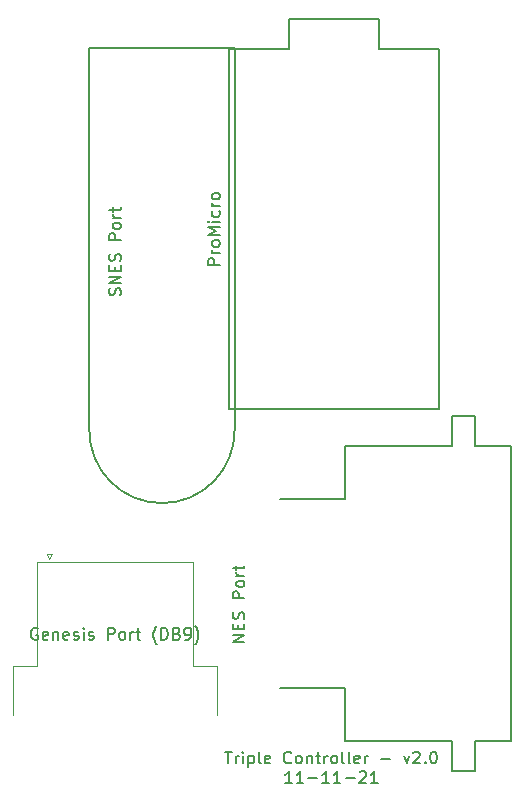
<source format=gbr>
%TF.GenerationSoftware,KiCad,Pcbnew,(5.1.10-1-10_14)*%
%TF.CreationDate,2021-12-03T14:09:27-05:00*%
%TF.ProjectId,Triple Controller V2,54726970-6c65-4204-936f-6e74726f6c6c,rev?*%
%TF.SameCoordinates,Original*%
%TF.FileFunction,Legend,Top*%
%TF.FilePolarity,Positive*%
%FSLAX46Y46*%
G04 Gerber Fmt 4.6, Leading zero omitted, Abs format (unit mm)*
G04 Created by KiCad (PCBNEW (5.1.10-1-10_14)) date 2021-12-03 14:09:27*
%MOMM*%
%LPD*%
G01*
G04 APERTURE LIST*
%ADD10C,0.150000*%
%ADD11C,0.120000*%
G04 APERTURE END LIST*
D10*
X148202190Y-88035380D02*
X148773619Y-88035380D01*
X148487904Y-89035380D02*
X148487904Y-88035380D01*
X149106952Y-89035380D02*
X149106952Y-88368714D01*
X149106952Y-88559190D02*
X149154571Y-88463952D01*
X149202190Y-88416333D01*
X149297428Y-88368714D01*
X149392666Y-88368714D01*
X149726000Y-89035380D02*
X149726000Y-88368714D01*
X149726000Y-88035380D02*
X149678380Y-88083000D01*
X149726000Y-88130619D01*
X149773619Y-88083000D01*
X149726000Y-88035380D01*
X149726000Y-88130619D01*
X150202190Y-88368714D02*
X150202190Y-89368714D01*
X150202190Y-88416333D02*
X150297428Y-88368714D01*
X150487904Y-88368714D01*
X150583142Y-88416333D01*
X150630761Y-88463952D01*
X150678380Y-88559190D01*
X150678380Y-88844904D01*
X150630761Y-88940142D01*
X150583142Y-88987761D01*
X150487904Y-89035380D01*
X150297428Y-89035380D01*
X150202190Y-88987761D01*
X151249809Y-89035380D02*
X151154571Y-88987761D01*
X151106952Y-88892523D01*
X151106952Y-88035380D01*
X152011714Y-88987761D02*
X151916476Y-89035380D01*
X151726000Y-89035380D01*
X151630761Y-88987761D01*
X151583142Y-88892523D01*
X151583142Y-88511571D01*
X151630761Y-88416333D01*
X151726000Y-88368714D01*
X151916476Y-88368714D01*
X152011714Y-88416333D01*
X152059333Y-88511571D01*
X152059333Y-88606809D01*
X151583142Y-88702047D01*
X153821238Y-88940142D02*
X153773619Y-88987761D01*
X153630761Y-89035380D01*
X153535523Y-89035380D01*
X153392666Y-88987761D01*
X153297428Y-88892523D01*
X153249809Y-88797285D01*
X153202190Y-88606809D01*
X153202190Y-88463952D01*
X153249809Y-88273476D01*
X153297428Y-88178238D01*
X153392666Y-88083000D01*
X153535523Y-88035380D01*
X153630761Y-88035380D01*
X153773619Y-88083000D01*
X153821238Y-88130619D01*
X154392666Y-89035380D02*
X154297428Y-88987761D01*
X154249809Y-88940142D01*
X154202190Y-88844904D01*
X154202190Y-88559190D01*
X154249809Y-88463952D01*
X154297428Y-88416333D01*
X154392666Y-88368714D01*
X154535523Y-88368714D01*
X154630761Y-88416333D01*
X154678380Y-88463952D01*
X154726000Y-88559190D01*
X154726000Y-88844904D01*
X154678380Y-88940142D01*
X154630761Y-88987761D01*
X154535523Y-89035380D01*
X154392666Y-89035380D01*
X155154571Y-88368714D02*
X155154571Y-89035380D01*
X155154571Y-88463952D02*
X155202190Y-88416333D01*
X155297428Y-88368714D01*
X155440285Y-88368714D01*
X155535523Y-88416333D01*
X155583142Y-88511571D01*
X155583142Y-89035380D01*
X155916476Y-88368714D02*
X156297428Y-88368714D01*
X156059333Y-88035380D02*
X156059333Y-88892523D01*
X156106952Y-88987761D01*
X156202190Y-89035380D01*
X156297428Y-89035380D01*
X156630761Y-89035380D02*
X156630761Y-88368714D01*
X156630761Y-88559190D02*
X156678380Y-88463952D01*
X156726000Y-88416333D01*
X156821238Y-88368714D01*
X156916476Y-88368714D01*
X157392666Y-89035380D02*
X157297428Y-88987761D01*
X157249809Y-88940142D01*
X157202190Y-88844904D01*
X157202190Y-88559190D01*
X157249809Y-88463952D01*
X157297428Y-88416333D01*
X157392666Y-88368714D01*
X157535523Y-88368714D01*
X157630761Y-88416333D01*
X157678380Y-88463952D01*
X157726000Y-88559190D01*
X157726000Y-88844904D01*
X157678380Y-88940142D01*
X157630761Y-88987761D01*
X157535523Y-89035380D01*
X157392666Y-89035380D01*
X158297428Y-89035380D02*
X158202190Y-88987761D01*
X158154571Y-88892523D01*
X158154571Y-88035380D01*
X158821238Y-89035380D02*
X158726000Y-88987761D01*
X158678380Y-88892523D01*
X158678380Y-88035380D01*
X159583142Y-88987761D02*
X159487904Y-89035380D01*
X159297428Y-89035380D01*
X159202190Y-88987761D01*
X159154571Y-88892523D01*
X159154571Y-88511571D01*
X159202190Y-88416333D01*
X159297428Y-88368714D01*
X159487904Y-88368714D01*
X159583142Y-88416333D01*
X159630761Y-88511571D01*
X159630761Y-88606809D01*
X159154571Y-88702047D01*
X160059333Y-89035380D02*
X160059333Y-88368714D01*
X160059333Y-88559190D02*
X160106952Y-88463952D01*
X160154571Y-88416333D01*
X160249809Y-88368714D01*
X160345047Y-88368714D01*
X161440285Y-88654428D02*
X162202190Y-88654428D01*
X163345047Y-88368714D02*
X163583142Y-89035380D01*
X163821238Y-88368714D01*
X164154571Y-88130619D02*
X164202190Y-88083000D01*
X164297428Y-88035380D01*
X164535523Y-88035380D01*
X164630761Y-88083000D01*
X164678380Y-88130619D01*
X164726000Y-88225857D01*
X164726000Y-88321095D01*
X164678380Y-88463952D01*
X164106952Y-89035380D01*
X164726000Y-89035380D01*
X165154571Y-88940142D02*
X165202190Y-88987761D01*
X165154571Y-89035380D01*
X165106952Y-88987761D01*
X165154571Y-88940142D01*
X165154571Y-89035380D01*
X165821238Y-88035380D02*
X165916476Y-88035380D01*
X166011714Y-88083000D01*
X166059333Y-88130619D01*
X166106952Y-88225857D01*
X166154571Y-88416333D01*
X166154571Y-88654428D01*
X166106952Y-88844904D01*
X166059333Y-88940142D01*
X166011714Y-88987761D01*
X165916476Y-89035380D01*
X165821238Y-89035380D01*
X165726000Y-88987761D01*
X165678380Y-88940142D01*
X165630761Y-88844904D01*
X165583142Y-88654428D01*
X165583142Y-88416333D01*
X165630761Y-88225857D01*
X165678380Y-88130619D01*
X165726000Y-88083000D01*
X165821238Y-88035380D01*
X153892666Y-90685380D02*
X153321238Y-90685380D01*
X153606952Y-90685380D02*
X153606952Y-89685380D01*
X153511714Y-89828238D01*
X153416476Y-89923476D01*
X153321238Y-89971095D01*
X154845047Y-90685380D02*
X154273619Y-90685380D01*
X154559333Y-90685380D02*
X154559333Y-89685380D01*
X154464095Y-89828238D01*
X154368857Y-89923476D01*
X154273619Y-89971095D01*
X155273619Y-90304428D02*
X156035523Y-90304428D01*
X157035523Y-90685380D02*
X156464095Y-90685380D01*
X156749809Y-90685380D02*
X156749809Y-89685380D01*
X156654571Y-89828238D01*
X156559333Y-89923476D01*
X156464095Y-89971095D01*
X157987904Y-90685380D02*
X157416476Y-90685380D01*
X157702190Y-90685380D02*
X157702190Y-89685380D01*
X157606952Y-89828238D01*
X157511714Y-89923476D01*
X157416476Y-89971095D01*
X158416476Y-90304428D02*
X159178380Y-90304428D01*
X159606952Y-89780619D02*
X159654571Y-89733000D01*
X159749809Y-89685380D01*
X159987904Y-89685380D01*
X160083142Y-89733000D01*
X160130761Y-89780619D01*
X160178380Y-89875857D01*
X160178380Y-89971095D01*
X160130761Y-90113952D01*
X159559333Y-90685380D01*
X160178380Y-90685380D01*
X161130761Y-90685380D02*
X160559333Y-90685380D01*
X160845047Y-90685380D02*
X160845047Y-89685380D01*
X160749809Y-89828238D01*
X160654571Y-89923476D01*
X160559333Y-89971095D01*
%TO.C,J2*%
X136725000Y-28490000D02*
X136725000Y-60790000D01*
X149025000Y-28490000D02*
X149025000Y-60790000D01*
X136725000Y-28490000D02*
X149025000Y-28490000D01*
X142875000Y-66990203D02*
G75*
G03*
X149025000Y-60790000I0J6150203D01*
G01*
X136725203Y-60790002D02*
G75*
G03*
X142875000Y-66990000I6149797J-49998D01*
G01*
%TO.C,U1*%
X166370000Y-59055000D02*
X148590000Y-59055000D01*
X166370000Y-28575000D02*
X166370000Y-59055000D01*
X161290000Y-28575000D02*
X166370000Y-28575000D01*
X161290000Y-26035000D02*
X161290000Y-28575000D01*
X153670000Y-26035000D02*
X161290000Y-26035000D01*
X153670000Y-28575000D02*
X153670000Y-26035000D01*
X148590000Y-28575000D02*
X153670000Y-28575000D01*
X148590000Y-28575000D02*
X148590000Y-59055000D01*
%TO.C,J1*%
X158400000Y-66645000D02*
X152900000Y-66645000D01*
X158400000Y-62145000D02*
X158400000Y-66645000D01*
X167400000Y-62145000D02*
X158400000Y-62145000D01*
X167400000Y-59645000D02*
X167400000Y-62145000D01*
X169400000Y-59645000D02*
X167400000Y-59645000D01*
X169400000Y-62145000D02*
X169400000Y-59645000D01*
X172400000Y-62145000D02*
X169400000Y-62145000D01*
X172400000Y-87145000D02*
X172400000Y-62145000D01*
X169400000Y-87145000D02*
X172400000Y-87145000D01*
X169400000Y-89645000D02*
X169400000Y-87145000D01*
X167400000Y-89645000D02*
X169400000Y-89645000D01*
X167400000Y-87145000D02*
X167400000Y-89645000D01*
X158400000Y-87145000D02*
X167400000Y-87145000D01*
X158400000Y-82645000D02*
X158400000Y-87145000D01*
X152900000Y-82645000D02*
X158400000Y-82645000D01*
D11*
%TO.C,J3*%
X133350000Y-71703675D02*
X133100000Y-71270662D01*
X133600000Y-71270662D02*
X133350000Y-71703675D01*
X133100000Y-71270662D02*
X133600000Y-71270662D01*
X147500000Y-80805000D02*
X147500000Y-84905000D01*
X145490000Y-80805000D02*
X147500000Y-80805000D01*
X145490000Y-71965000D02*
X145490000Y-80805000D01*
X132290000Y-71965000D02*
X145490000Y-71965000D01*
X132290000Y-80805000D02*
X132290000Y-71965000D01*
X130280000Y-80805000D02*
X132290000Y-80805000D01*
X130280000Y-84905000D02*
X130280000Y-80805000D01*
%TO.C,J2*%
D10*
X139342761Y-49386666D02*
X139390380Y-49243809D01*
X139390380Y-49005714D01*
X139342761Y-48910476D01*
X139295142Y-48862857D01*
X139199904Y-48815238D01*
X139104666Y-48815238D01*
X139009428Y-48862857D01*
X138961809Y-48910476D01*
X138914190Y-49005714D01*
X138866571Y-49196190D01*
X138818952Y-49291428D01*
X138771333Y-49339047D01*
X138676095Y-49386666D01*
X138580857Y-49386666D01*
X138485619Y-49339047D01*
X138438000Y-49291428D01*
X138390380Y-49196190D01*
X138390380Y-48958095D01*
X138438000Y-48815238D01*
X139390380Y-48386666D02*
X138390380Y-48386666D01*
X139390380Y-47815238D01*
X138390380Y-47815238D01*
X138866571Y-47339047D02*
X138866571Y-47005714D01*
X139390380Y-46862857D02*
X139390380Y-47339047D01*
X138390380Y-47339047D01*
X138390380Y-46862857D01*
X139342761Y-46481904D02*
X139390380Y-46339047D01*
X139390380Y-46100952D01*
X139342761Y-46005714D01*
X139295142Y-45958095D01*
X139199904Y-45910476D01*
X139104666Y-45910476D01*
X139009428Y-45958095D01*
X138961809Y-46005714D01*
X138914190Y-46100952D01*
X138866571Y-46291428D01*
X138818952Y-46386666D01*
X138771333Y-46434285D01*
X138676095Y-46481904D01*
X138580857Y-46481904D01*
X138485619Y-46434285D01*
X138438000Y-46386666D01*
X138390380Y-46291428D01*
X138390380Y-46053333D01*
X138438000Y-45910476D01*
X139390380Y-44720000D02*
X138390380Y-44720000D01*
X138390380Y-44339047D01*
X138438000Y-44243809D01*
X138485619Y-44196190D01*
X138580857Y-44148571D01*
X138723714Y-44148571D01*
X138818952Y-44196190D01*
X138866571Y-44243809D01*
X138914190Y-44339047D01*
X138914190Y-44720000D01*
X139390380Y-43577142D02*
X139342761Y-43672380D01*
X139295142Y-43720000D01*
X139199904Y-43767619D01*
X138914190Y-43767619D01*
X138818952Y-43720000D01*
X138771333Y-43672380D01*
X138723714Y-43577142D01*
X138723714Y-43434285D01*
X138771333Y-43339047D01*
X138818952Y-43291428D01*
X138914190Y-43243809D01*
X139199904Y-43243809D01*
X139295142Y-43291428D01*
X139342761Y-43339047D01*
X139390380Y-43434285D01*
X139390380Y-43577142D01*
X139390380Y-42815238D02*
X138723714Y-42815238D01*
X138914190Y-42815238D02*
X138818952Y-42767619D01*
X138771333Y-42720000D01*
X138723714Y-42624761D01*
X138723714Y-42529523D01*
X138723714Y-42339047D02*
X138723714Y-41958095D01*
X138390380Y-42196190D02*
X139247523Y-42196190D01*
X139342761Y-42148571D01*
X139390380Y-42053333D01*
X139390380Y-41958095D01*
%TO.C,U1*%
X147772380Y-46838809D02*
X146772380Y-46838809D01*
X146772380Y-46457857D01*
X146820000Y-46362619D01*
X146867619Y-46315000D01*
X146962857Y-46267380D01*
X147105714Y-46267380D01*
X147200952Y-46315000D01*
X147248571Y-46362619D01*
X147296190Y-46457857D01*
X147296190Y-46838809D01*
X147772380Y-45838809D02*
X147105714Y-45838809D01*
X147296190Y-45838809D02*
X147200952Y-45791190D01*
X147153333Y-45743571D01*
X147105714Y-45648333D01*
X147105714Y-45553095D01*
X147772380Y-45076904D02*
X147724761Y-45172142D01*
X147677142Y-45219761D01*
X147581904Y-45267380D01*
X147296190Y-45267380D01*
X147200952Y-45219761D01*
X147153333Y-45172142D01*
X147105714Y-45076904D01*
X147105714Y-44934047D01*
X147153333Y-44838809D01*
X147200952Y-44791190D01*
X147296190Y-44743571D01*
X147581904Y-44743571D01*
X147677142Y-44791190D01*
X147724761Y-44838809D01*
X147772380Y-44934047D01*
X147772380Y-45076904D01*
X147772380Y-44315000D02*
X146772380Y-44315000D01*
X147486666Y-43981666D01*
X146772380Y-43648333D01*
X147772380Y-43648333D01*
X147772380Y-43172142D02*
X147105714Y-43172142D01*
X146772380Y-43172142D02*
X146820000Y-43219761D01*
X146867619Y-43172142D01*
X146820000Y-43124523D01*
X146772380Y-43172142D01*
X146867619Y-43172142D01*
X147724761Y-42267380D02*
X147772380Y-42362619D01*
X147772380Y-42553095D01*
X147724761Y-42648333D01*
X147677142Y-42695952D01*
X147581904Y-42743571D01*
X147296190Y-42743571D01*
X147200952Y-42695952D01*
X147153333Y-42648333D01*
X147105714Y-42553095D01*
X147105714Y-42362619D01*
X147153333Y-42267380D01*
X147772380Y-41838809D02*
X147105714Y-41838809D01*
X147296190Y-41838809D02*
X147200952Y-41791190D01*
X147153333Y-41743571D01*
X147105714Y-41648333D01*
X147105714Y-41553095D01*
X147772380Y-41076904D02*
X147724761Y-41172142D01*
X147677142Y-41219761D01*
X147581904Y-41267380D01*
X147296190Y-41267380D01*
X147200952Y-41219761D01*
X147153333Y-41172142D01*
X147105714Y-41076904D01*
X147105714Y-40934047D01*
X147153333Y-40838809D01*
X147200952Y-40791190D01*
X147296190Y-40743571D01*
X147581904Y-40743571D01*
X147677142Y-40791190D01*
X147724761Y-40838809D01*
X147772380Y-40934047D01*
X147772380Y-41076904D01*
%TO.C,J1*%
X149852380Y-78707857D02*
X148852380Y-78707857D01*
X149852380Y-78136428D01*
X148852380Y-78136428D01*
X149328571Y-77660238D02*
X149328571Y-77326904D01*
X149852380Y-77184047D02*
X149852380Y-77660238D01*
X148852380Y-77660238D01*
X148852380Y-77184047D01*
X149804761Y-76803095D02*
X149852380Y-76660238D01*
X149852380Y-76422142D01*
X149804761Y-76326904D01*
X149757142Y-76279285D01*
X149661904Y-76231666D01*
X149566666Y-76231666D01*
X149471428Y-76279285D01*
X149423809Y-76326904D01*
X149376190Y-76422142D01*
X149328571Y-76612619D01*
X149280952Y-76707857D01*
X149233333Y-76755476D01*
X149138095Y-76803095D01*
X149042857Y-76803095D01*
X148947619Y-76755476D01*
X148900000Y-76707857D01*
X148852380Y-76612619D01*
X148852380Y-76374523D01*
X148900000Y-76231666D01*
X149852380Y-75041190D02*
X148852380Y-75041190D01*
X148852380Y-74660238D01*
X148900000Y-74565000D01*
X148947619Y-74517380D01*
X149042857Y-74469761D01*
X149185714Y-74469761D01*
X149280952Y-74517380D01*
X149328571Y-74565000D01*
X149376190Y-74660238D01*
X149376190Y-75041190D01*
X149852380Y-73898333D02*
X149804761Y-73993571D01*
X149757142Y-74041190D01*
X149661904Y-74088809D01*
X149376190Y-74088809D01*
X149280952Y-74041190D01*
X149233333Y-73993571D01*
X149185714Y-73898333D01*
X149185714Y-73755476D01*
X149233333Y-73660238D01*
X149280952Y-73612619D01*
X149376190Y-73565000D01*
X149661904Y-73565000D01*
X149757142Y-73612619D01*
X149804761Y-73660238D01*
X149852380Y-73755476D01*
X149852380Y-73898333D01*
X149852380Y-73136428D02*
X149185714Y-73136428D01*
X149376190Y-73136428D02*
X149280952Y-73088809D01*
X149233333Y-73041190D01*
X149185714Y-72945952D01*
X149185714Y-72850714D01*
X149185714Y-72660238D02*
X149185714Y-72279285D01*
X148852380Y-72517380D02*
X149709523Y-72517380D01*
X149804761Y-72469761D01*
X149852380Y-72374523D01*
X149852380Y-72279285D01*
%TO.C,J3*%
X132342380Y-77605000D02*
X132247142Y-77557380D01*
X132104285Y-77557380D01*
X131961428Y-77605000D01*
X131866190Y-77700238D01*
X131818571Y-77795476D01*
X131770952Y-77985952D01*
X131770952Y-78128809D01*
X131818571Y-78319285D01*
X131866190Y-78414523D01*
X131961428Y-78509761D01*
X132104285Y-78557380D01*
X132199523Y-78557380D01*
X132342380Y-78509761D01*
X132390000Y-78462142D01*
X132390000Y-78128809D01*
X132199523Y-78128809D01*
X133199523Y-78509761D02*
X133104285Y-78557380D01*
X132913809Y-78557380D01*
X132818571Y-78509761D01*
X132770952Y-78414523D01*
X132770952Y-78033571D01*
X132818571Y-77938333D01*
X132913809Y-77890714D01*
X133104285Y-77890714D01*
X133199523Y-77938333D01*
X133247142Y-78033571D01*
X133247142Y-78128809D01*
X132770952Y-78224047D01*
X133675714Y-77890714D02*
X133675714Y-78557380D01*
X133675714Y-77985952D02*
X133723333Y-77938333D01*
X133818571Y-77890714D01*
X133961428Y-77890714D01*
X134056666Y-77938333D01*
X134104285Y-78033571D01*
X134104285Y-78557380D01*
X134961428Y-78509761D02*
X134866190Y-78557380D01*
X134675714Y-78557380D01*
X134580476Y-78509761D01*
X134532857Y-78414523D01*
X134532857Y-78033571D01*
X134580476Y-77938333D01*
X134675714Y-77890714D01*
X134866190Y-77890714D01*
X134961428Y-77938333D01*
X135009047Y-78033571D01*
X135009047Y-78128809D01*
X134532857Y-78224047D01*
X135390000Y-78509761D02*
X135485238Y-78557380D01*
X135675714Y-78557380D01*
X135770952Y-78509761D01*
X135818571Y-78414523D01*
X135818571Y-78366904D01*
X135770952Y-78271666D01*
X135675714Y-78224047D01*
X135532857Y-78224047D01*
X135437619Y-78176428D01*
X135390000Y-78081190D01*
X135390000Y-78033571D01*
X135437619Y-77938333D01*
X135532857Y-77890714D01*
X135675714Y-77890714D01*
X135770952Y-77938333D01*
X136247142Y-78557380D02*
X136247142Y-77890714D01*
X136247142Y-77557380D02*
X136199523Y-77605000D01*
X136247142Y-77652619D01*
X136294761Y-77605000D01*
X136247142Y-77557380D01*
X136247142Y-77652619D01*
X136675714Y-78509761D02*
X136770952Y-78557380D01*
X136961428Y-78557380D01*
X137056666Y-78509761D01*
X137104285Y-78414523D01*
X137104285Y-78366904D01*
X137056666Y-78271666D01*
X136961428Y-78224047D01*
X136818571Y-78224047D01*
X136723333Y-78176428D01*
X136675714Y-78081190D01*
X136675714Y-78033571D01*
X136723333Y-77938333D01*
X136818571Y-77890714D01*
X136961428Y-77890714D01*
X137056666Y-77938333D01*
X138294761Y-78557380D02*
X138294761Y-77557380D01*
X138675714Y-77557380D01*
X138770952Y-77605000D01*
X138818571Y-77652619D01*
X138866190Y-77747857D01*
X138866190Y-77890714D01*
X138818571Y-77985952D01*
X138770952Y-78033571D01*
X138675714Y-78081190D01*
X138294761Y-78081190D01*
X139437619Y-78557380D02*
X139342380Y-78509761D01*
X139294761Y-78462142D01*
X139247142Y-78366904D01*
X139247142Y-78081190D01*
X139294761Y-77985952D01*
X139342380Y-77938333D01*
X139437619Y-77890714D01*
X139580476Y-77890714D01*
X139675714Y-77938333D01*
X139723333Y-77985952D01*
X139770952Y-78081190D01*
X139770952Y-78366904D01*
X139723333Y-78462142D01*
X139675714Y-78509761D01*
X139580476Y-78557380D01*
X139437619Y-78557380D01*
X140199523Y-78557380D02*
X140199523Y-77890714D01*
X140199523Y-78081190D02*
X140247142Y-77985952D01*
X140294761Y-77938333D01*
X140390000Y-77890714D01*
X140485238Y-77890714D01*
X140675714Y-77890714D02*
X141056666Y-77890714D01*
X140818571Y-77557380D02*
X140818571Y-78414523D01*
X140866190Y-78509761D01*
X140961428Y-78557380D01*
X141056666Y-78557380D01*
X142437619Y-78938333D02*
X142390000Y-78890714D01*
X142294761Y-78747857D01*
X142247142Y-78652619D01*
X142199523Y-78509761D01*
X142151904Y-78271666D01*
X142151904Y-78081190D01*
X142199523Y-77843095D01*
X142247142Y-77700238D01*
X142294761Y-77605000D01*
X142390000Y-77462142D01*
X142437619Y-77414523D01*
X142818571Y-78557380D02*
X142818571Y-77557380D01*
X143056666Y-77557380D01*
X143199523Y-77605000D01*
X143294761Y-77700238D01*
X143342380Y-77795476D01*
X143390000Y-77985952D01*
X143390000Y-78128809D01*
X143342380Y-78319285D01*
X143294761Y-78414523D01*
X143199523Y-78509761D01*
X143056666Y-78557380D01*
X142818571Y-78557380D01*
X144151904Y-78033571D02*
X144294761Y-78081190D01*
X144342380Y-78128809D01*
X144390000Y-78224047D01*
X144390000Y-78366904D01*
X144342380Y-78462142D01*
X144294761Y-78509761D01*
X144199523Y-78557380D01*
X143818571Y-78557380D01*
X143818571Y-77557380D01*
X144151904Y-77557380D01*
X144247142Y-77605000D01*
X144294761Y-77652619D01*
X144342380Y-77747857D01*
X144342380Y-77843095D01*
X144294761Y-77938333D01*
X144247142Y-77985952D01*
X144151904Y-78033571D01*
X143818571Y-78033571D01*
X144866190Y-78557380D02*
X145056666Y-78557380D01*
X145151904Y-78509761D01*
X145199523Y-78462142D01*
X145294761Y-78319285D01*
X145342380Y-78128809D01*
X145342380Y-77747857D01*
X145294761Y-77652619D01*
X145247142Y-77605000D01*
X145151904Y-77557380D01*
X144961428Y-77557380D01*
X144866190Y-77605000D01*
X144818571Y-77652619D01*
X144770952Y-77747857D01*
X144770952Y-77985952D01*
X144818571Y-78081190D01*
X144866190Y-78128809D01*
X144961428Y-78176428D01*
X145151904Y-78176428D01*
X145247142Y-78128809D01*
X145294761Y-78081190D01*
X145342380Y-77985952D01*
X145675714Y-78938333D02*
X145723333Y-78890714D01*
X145818571Y-78747857D01*
X145866190Y-78652619D01*
X145913809Y-78509761D01*
X145961428Y-78271666D01*
X145961428Y-78081190D01*
X145913809Y-77843095D01*
X145866190Y-77700238D01*
X145818571Y-77605000D01*
X145723333Y-77462142D01*
X145675714Y-77414523D01*
%TD*%
M02*

</source>
